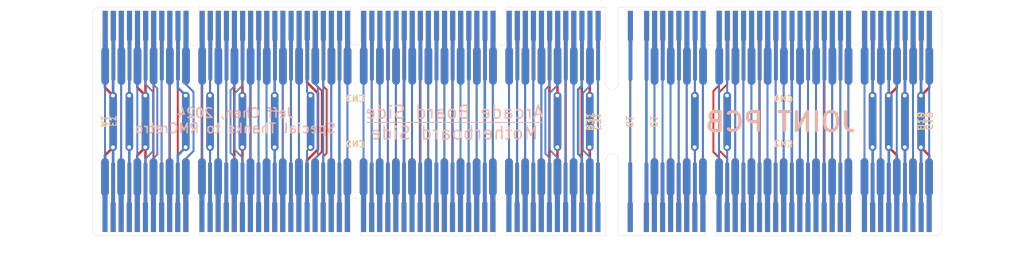
<source format=kicad_pcb>
(kicad_pcb (version 20240108) (generator "pcbnew") (generator_version "8.0")
  (title_block (title "Taito Wolf System EISA Bridge PCB") (date "2024-08-20") (rev "1") (company "Jeff Chen"))
  (layers (0 "F.Cu" signal) (31 "B.Cu" signal) (34 "B.Paste" user) (35 "F.Paste" user) (36 "B.SilkS" user "B.Silkscreen") (37 "F.SilkS" user "F.Silkscreen") (38 "B.Mask" user) (39 "F.Mask" user) (44 "Edge.Cuts" user))
  (net 0 "")
  (net 1 "/A22")
  (net 2 "/A13")
  (net 3 "/A10")
  (net 4 "/A31")
  (net 5 "/A6")
  (net 6 "/A24")
  (net 7 "/A27")
  (net 8 "/A5")
  (net 9 "/A3")
  (net 10 "/A20")
  (net 11 "/A14")
  (net 12 "/A1")
  (net 13 "/A18")
  (net 14 "/A30")
  (net 15 "/A16")
  (net 16 "/A2")
  (net 17 "/A25")
  (net 18 "/A15")
  (net 19 "/A11")
  (net 20 "/A29")
  (net 21 "/A8")
  (net 22 "/A4")
  (net 23 "/A19")
  (net 24 "/A23")
  (net 25 "/A9")
  (net 26 "/A17")
  (net 27 "/A7")
  (net 28 "/A26")
  (net 29 "/A21")
  (net 30 "/A28")
  (net 31 "/A12")
  (net 32 "/F15")
  (net 33 "/E14")
  (net 34 "/B15")
  (net 35 "/E12")
  (net 36 "/B28")
  (net 37 "/E21")
  (net 38 "/F24")
  (net 39 "/E9")
  (net 40 "/B14")
  (net 41 "/B2")
  (net 42 "/B24")
  (net 43 "/E28")
  (net 44 "/E10")
  (net 45 "/E29")
  (net 46 "/E3")
  (net 47 "/B16")
  (net 48 "/E27")
  (net 49 "/F31")
  (net 50 "/B25")
  (net 51 "/B11")
  (net 52 "/E31")
  (net 53 "/E8")
  (net 54 "/E13")
  (net 55 "/B30")
  (net 56 "/F14")
  (net 57 "/F23")
  (net 58 "/E23")
  (net 59 "/F12")
  (net 60 "/F8")
  (net 61 "/B8")
  (net 62 "/E4")
  (net 63 "/B19")
  (net 64 "/F17")
  (net 65 "/F27")
  (net 66 "/B22")
  (net 67 "/F18")
  (net 68 "/F10")
  (net 69 "/F5")
  (net 70 "/B12")
  (net 71 "/E26")
  (net 72 "/E17")
  (net 73 "/B23")
  (net 74 "/B13")
  (net 75 "/B6")
  (net 76 "/E18")
  (net 77 "/B20")
  (net 78 "/E22")
  (net 79 "/B18")
  (net 80 "/B27")
  (net 81 "/F7")
  (net 82 "/B4")
  (net 83 "/F21")
  (net 84 "/E20")
  (net 85 "/B26")
  (net 86 "/B17")
  (net 87 "/F26")
  (net 88 "/F4")
  (net 89 "/B21")
  (net 90 "/C12")
  (net 91 "/C14")
  (net 92 "/G3")
  (net 93 "GND")
  (net 94 "/C18")
  (net 95 "/C4")
  (net 96 "/C8")
  (net 97 "/G7")
  (net 98 "/G14")
  (net 99 "/C10")
  (net 100 "/H1")
  (net 101 "/C1")
  (net 102 "/G10")
  (net 103 "/G8")
  (net 104 "/H4")
  (net 105 "/H8")
  (net 106 "/G4")
  (net 107 "/H11")
  (net 108 "/H7")
  (net 109 "/H14")
  (net 110 "/C11")
  (net 111 "/H3")
  (net 112 "/C16")
  (net 113 "/G12")
  (net 114 "/C7")
  (net 115 "/H2")
  (net 116 "/C13")
  (net 117 "/C17")
  (net 118 "/C2")
  (net 119 "/C3")
  (net 120 "/G1")
  (net 121 "/G13")
  (net 122 "/C6")
  (net 123 "/C5")
  (net 124 "/C9")
  (net 125 "/C15")
  (net 126 "/G9")
  (net 127 "/H10")
  (net 128 "/H12")
  (net 129 "+12V")
  (net 130 "+5V")
  (net 131 "-5V")
  (net 132 "-12V")
  (net 133 "/D17")
  (net 134 "/D12")
  (net 135 "/D10")
  (net 136 "/D13")
  (net 137 "/D1")
  (net 138 "/D9")
  (net 139 "/D15")
  (net 140 "/D14")
  (net 141 "/D5")
  (net 142 "/D2")
  (net 143 "/D11")
  (net 144 "/D8")
  (net 145 "/D6")
  (net 146 "/D7")
  (net 147 "/D4")
  (net 148 "/D3")
  (net 149 "+5V Alt")
  (footprint "EISA Bridge:EISA Golden Fingers" (layer "F.Cu") (at 86.07 118.97)
    (property "Reference" "CN1" (hide yes))
    (property "Value" "~")
  )
  (footprint "EISA Bridge:EISA Golden Fingers Inverted" (layer "F.Cu") (at 86.1 82.93)
    (property "Reference" "CN2" (hide yes))
    (property "Value" "~")
  )
  (gr_line (start 129.2 101.11) (end 156.95 101.11) (stroke (width 0.15)) (layer "B.SilkS"))
  (gr_line (start 87.11 118.97) (end 101.26 118.97) (stroke (width 0.05)) (layer "Edge.Cuts"))
  (gr_line (start 151.12 82.97) (end 151.12 88.17) (stroke (width 0.05)) (layer "Edge.Cuts"))
  (gr_arc (start 86.11 83.97) (mid 86.402894 83.262894) (end 87.11 82.97) (stroke (width 0.05)) (layer "Edge.Cuts"))
  (gr_line (start 102.86 82.97) (end 102.86 88.17) (stroke (width 0.05)) (layer "Edge.Cuts"))
  (gr_line (start 101.26 88.17) (end 101.26 82.97) (stroke (width 0.05)) (layer "Edge.Cuts"))
  (gr_line (start 207 82.97) (end 207 88.17) (stroke (width 0.05)) (layer "Edge.Cuts"))
  (gr_arc (start 101.260001 113.770001) (mid 102.06 112.970001) (end 102.86 113.770001) (stroke (width 0.05)) (layer "Edge.Cuts"))
  (gr_line (start 182.54 82.97) (end 168.782501 82.97) (stroke (width 0.05)) (layer "Edge.Cuts"))
  (gr_arc (start 102.86 88.17) (mid 102.06 88.970001) (end 101.26 88.17) (stroke (width 0.05)) (layer "Edge.Cuts"))
  (gr_line (start 207.000001 113.770001) (end 207 118.97) (stroke (width 0.05)) (layer "Edge.Cuts"))
  (gr_line (start 86.11 83.97) (end 86.11 117.970001) (stroke (width 0.05)) (layer "Edge.Cuts"))
  (gr_arc (start 166.782501 106.970001) (mid 167.7825 105.970002) (end 168.7825 106.97) (stroke (width 0.05)) (layer "Edge.Cuts"))
  (gr_line (start 126.66 118.97) (end 126.660001 113.770001) (stroke (width 0.05)) (layer "Edge.Cuts"))
  (gr_arc (start 128.26 88.17) (mid 127.460001 88.97) (end 126.660001 88.170001) (stroke (width 0.05)) (layer "Edge.Cuts"))
  (gr_line (start 166.7825 82.97) (end 151.12 82.97) (stroke (width 0.05)) (layer "Edge.Cuts"))
  (gr_line (start 205.4 118.97) (end 205.400001 113.770001) (stroke (width 0.05)) (layer "Edge.Cuts"))
  (gr_line (start 218.610002 82.97) (end 207 82.97) (stroke (width 0.05)) (layer "Edge.Cuts"))
  (gr_line (start 101.26 118.97) (end 101.260001 113.770001) (stroke (width 0.05)) (layer "Edge.Cuts"))
  (gr_line (start 101.26 82.97) (end 87.11 82.97) (stroke (width 0.05)) (layer "Edge.Cuts"))
  (gr_line (start 184.14 118.97) (end 205.4 118.97) (stroke (width 0.05)) (layer "Edge.Cuts"))
  (gr_arc (start 219.610001 117.970001) (mid 219.317108 118.677107) (end 218.610002 118.97) (stroke (width 0.05)) (layer "Edge.Cuts"))
  (gr_line (start 182.54 88.17) (end 182.54 82.97) (stroke (width 0.05)) (layer "Edge.Cuts"))
  (gr_arc (start 184.14 88.17) (mid 183.340001 88.97) (end 182.54 88.17) (stroke (width 0.05)) (layer "Edge.Cuts"))
  (gr_line (start 184.140001 113.770001) (end 184.14 118.97) (stroke (width 0.05)) (layer "Edge.Cuts"))
  (gr_arc (start 126.660001 113.770001) (mid 127.460001 112.970001) (end 128.260001 113.770001) (stroke (width 0.05)) (layer "Edge.Cuts"))
  (gr_line (start 219.610001 117.970001) (end 219.610001 83.969999) (stroke (width 0.05)) (layer "Edge.Cuts"))
  (gr_line (start 102.86 118.97) (end 126.66 118.97) (stroke (width 0.05)) (layer "Edge.Cuts"))
  (gr_line (start 182.54 118.97) (end 182.540001 113.770001) (stroke (width 0.05)) (layer "Edge.Cuts"))
  (gr_arc (start 218.610002 82.97) (mid 219.317108 83.262893) (end 219.610001 83.969999) (stroke (width 0.05)) (layer "Edge.Cuts"))
  (gr_line (start 102.86 113.770001) (end 102.86 118.97) (stroke (width 0.05)) (layer "Edge.Cuts"))
  (gr_line (start 205.4 82.97) (end 184.14 82.97) (stroke (width 0.05)) (layer "Edge.Cuts"))
  (gr_arc (start 151.12 88.17) (mid 150.320001 88.97) (end 149.520001 88.170001) (stroke (width 0.05)) (layer "Edge.Cuts"))
  (gr_line (start 166.7825 118.97) (end 166.782501 106.970001) (stroke (width 0.05)) (layer "Edge.Cuts"))
  (gr_line (start 207 118.97) (end 218.610002 118.97) (stroke (width 0.05)) (layer "Edge.Cuts"))
  (gr_arc (start 207 88.17) (mid 206.200001 88.97) (end 205.4 88.17) (stroke (width 0.05)) (layer "Edge.Cuts"))
  (gr_arc (start 87.11 118.97) (mid 86.402894 118.677107) (end 86.11 117.970001) (stroke (width 0.05)) (layer "Edge.Cuts"))
  (gr_line (start 166.7825 94.97) (end 166.7825 82.97) (stroke (width 0.05)) (layer "Edge.Cuts"))
  (gr_line (start 126.660001 88.170001) (end 126.66 82.97) (stroke (width 0.05)) (layer "Edge.Cuts"))
  (gr_arc (start 149.520001 113.770001) (mid 150.320001 112.970001) (end 151.120001 113.770001) (stroke (width 0.05)) (layer "Edge.Cuts"))
  (gr_line (start 168.782501 118.97) (end 182.54 118.97) (stroke (width 0.05)) (layer "Edge.Cuts"))
  (gr_line (start 151.120001 113.770001) (end 151.12 118.97) (stroke (width 0.05)) (layer "Edge.Cuts"))
  (gr_line (start 149.520001 88.170001) (end 149.52 82.97) (stroke (width 0.05)) (layer "Edge.Cuts"))
  (gr_line (start 151.12 118.97) (end 166.7825 118.97) (stroke (width 0.05)) (layer "Edge.Cuts"))
  (gr_line (start 149.52 118.97) (end 149.520001 113.770001) (stroke (width 0.05)) (layer "Edge.Cuts"))
  (gr_line (start 168.782501 82.97) (end 168.782501 94.970001) (stroke (width 0.05)) (layer "Edge.Cuts"))
  (gr_line (start 168.7825 106.97) (end 168.782501 118.97) (stroke (width 0.05)) (layer "Edge.Cuts"))
  (gr_arc (start 168.782501 94.970001) (mid 167.782499 95.970001) (end 166.7825 94.97) (stroke (width 0.05)) (layer "Edge.Cuts"))
  (gr_arc (start 205.400001 113.770001) (mid 206.200001 112.970001) (end 207.000001 113.770001) (stroke (width 0.05)) (layer "Edge.Cuts"))
  (gr_arc (start 182.540001 113.770001) (mid 183.34 112.970001) (end 184.140001 113.770001) (stroke (width 0.05)) (layer "Edge.Cuts"))
  (gr_line (start 149.52 82.97) (end 128.26 82.97) (stroke (width 0.05)) (layer "Edge.Cuts"))
  (gr_line (start 128.26 82.97) (end 128.26 88.17) (stroke (width 0.05)) (layer "Edge.Cuts"))
  (gr_line (start 128.26 118.97) (end 149.52 118.97) (stroke (width 0.05)) (layer "Edge.Cuts"))
  (gr_line (start 126.66 82.97) (end 102.86 82.97) (stroke (width 0.05)) (layer "Edge.Cuts"))
  (gr_line (start 128.260001 113.770001) (end 128.26 118.97) (stroke (width 0.05)) (layer "Edge.Cuts"))
  (gr_line (start 205.4 88.17) (end 205.4 82.97) (stroke (width 0.05)) (layer "Edge.Cuts"))
  (gr_line (start 184.14 82.97) (end 184.14 88.17) (stroke (width 0.05)) (layer "Edge.Cuts"))
  (gr_text "E1" (at 89.28 100.87 270) (layer "B.SilkS") (effects (font (size 1 1) (thickness 0.153)) (justify mirror)))
  (gr_text "A31" (at 164.2 100.9 270) (layer "B.SilkS") (effects (font (size 1 1) (thickness 0.153)) (justify mirror)))
  (gr_text "Arcade Board Side" (at 142.99 99.5 0) (layer "B.SilkS") (effects (font (size 2 2) (thickness 0.25)) (justify mirror)))
  (gr_text "CN2" (at 194.72 104.47 -0) (layer "B.SilkS") (effects (font (size 1 1) (thickness 0.153)) (justify mirror)))
  (gr_text "C1" (at 174.34 100.96 270) (layer "B.SilkS") (effects (font (size 1 1) (thickness 0.153)) (justify mirror)))
  (gr_text "G1" (at 170.51 100.95 270) (layer "B.SilkS") (effects (font (size 1 1) (thickness 0.153)) (justify mirror)))
  (gr_text "CN3" (at 127.43 97.37 -0) (layer "B.SilkS") (effects (font (size 1 1) (thickness 0.153)) (justify mirror)))
  (gr_text "JOINT PCB" (at 194.27 101.03 0) (layer "B.SilkS") (effects (font (size 3 3) (thickness 0.5) (bold yes)) (justify mirror)))
  (gr_text "Motherboard Side" (at 142.97 102.78 0) (layer "B.SilkS") (effects (font (size 2 2) (thickness 0.25)) (justify mirror)))
  (gr_text "Jeff Chen, 2024\nSpecial Thanks to RMCretro" (at 108.56 100.83 0) (layer "B.SilkS") (effects (font (size 1.5 1.5) (thickness 0.25)) (justify mirror)))
  (gr_text "G19" (at 216.32 100.92 270) (layer "B.SilkS") (effects (font (size 1 1) (thickness 0.153)) (justify mirror)))
  (gr_text "C18" (at 217.61 100.9 270) (layer "B.SilkS") (effects (font (size 1 1) (thickness 0.153)) (justify mirror)))
  (gr_text "E31" (at 165.44 100.94 270) (layer "B.SilkS") (effects (font (size 1 1) (thickness 0.153)) (justify mirror)))
  (gr_text "CN1" (at 127.43 104.5 -0) (layer "B.SilkS") (effects (font (size 1 1) (thickness 0.153)) (justify mirror)))
  (gr_text "CN4" (at 194.7 97.39 -0) (layer "B.SilkS") (effects (font (size 1 1) (thickness 0.153)) (justify mirror)))
  (gr_text "A1" (at 87.96 100.86 -90) (layer "B.SilkS") (effects (font (size 1 1) (thickness 0.153)) (justify mirror)))
  (gr_text "CN3" (at 127.43 97.37 0) (layer "F.SilkS") (effects (font (size 1 1) (thickness 0.153))))
  (gr_text "B31" (at 164.29 100.97 90) (layer "F.SilkS") (effects (font (size 1 1) (thickness 0.153))))
  (gr_text "H19" (at 216.38 100.92 90) (layer "F.SilkS") (effects (font (size 1 1) (thickness 0.153))))
  (gr_text "CN1" (at 127.43 104.5 0) (layer "F.SilkS") (effects (font (size 1 1) (thickness 0.153))))
  (gr_text "F31" (at 165.53 100.94 90) (layer "F.SilkS") (effects (font (size 1 1) (thickness 0.153))))
  (gr_text "D18" (at 217.6 100.9 90) (layer "F.SilkS") (effects (font (size 1 1) (thickness 0.153))))
  (gr_text "F1" (at 89.34 100.89 90) (layer "F.SilkS") (effects (font (size 1 1) (thickness 0.153))))
  (gr_text "CN2" (at 194.71 104.47 0) (layer "F.SilkS") (effects (font (size 1 1) (thickness 0.153))))
  (gr_text "CN4" (at 194.73 97.39 0) (layer "F.SilkS") (effects (font (size 1 1) (thickness 0.153))))
  (gr_text "B1" (at 88.04 100.97 90) (layer "F.SilkS") (effects (font (size 1 1) (thickness 0.153))))
  (gr_text "D1" (at 174.43 100.96 90) (layer "F.SilkS") (effects (font (size 1 1) (thickness 0.153))))
  (gr_text "H1" (at 170.6 100.95 90) (layer "F.SilkS") (effects (font (size 1 1) (thickness 0.153))))
  (segment (start 141.42 94.6) (end 141.42 107.32) (width 0.3) (layer "B.Cu") (net 1))
  (segment (start 118.56 94.6) (end 118.56 107.32) (width 0.3) (layer "B.Cu") (net 2))
  (segment (start 110.94 94.6) (end 110.94 107.32) (width 0.3) (layer "B.Cu") (net 3))
  (segment (start 163.2 105.48) (end 164.28 106.56) (width 0.3) (layer "B.Cu") (net 4))
  (segment (start 164.28 94.6) (end 164.28 95.39) (width 0.3) (layer "B.Cu") (net 4))
  (segment (start 164.28 106.56) (end 164.28 107.32) (width 0.3) (layer "B.Cu") (net 4))
  (segment (start 164.28 95.39) (end 163.2 96.47) (width 0.3) (layer "B.Cu") (net 4))
  (segment (start 163.2 96.47) (end 163.2 105.48) (width 0.3) (layer "B.Cu") (net 4))
  (segment (start 100.78 106.82) (end 100.78 107.32) (width 0.3) (layer "B.Cu") (net 5))
  (segment (start 100.78 95.09) (end 102 96.31) (width 0.3) (layer "B.Cu") (net 5))
  (segment (start 102 105.6) (end 100.78 106.82) (width 0.3) (layer "B.Cu") (net 5))
  (segment (start 100.78 94.6) (end 100.78 95.09) (width 0.3) (layer "B.Cu") (net 5))
  (segment (start 102 96.31) (end 102 105.6) (width 0.3) (layer "B.Cu") (net 5))
  (segment (start 146.5 94.6) (end 146.5 107.32) (width 0.3) (layer "B.Cu") (net 6))
  (segment (start 154.12 107.32) (end 154.12 94.6) (width 0.3) (layer "B.Cu") (net 7))
  (segment (start 98.24 94.6) (end 98.24 107.32) (width 0.3) (layer "B.Cu") (net 8))
  (segment (start 93.16 94.6) (end 93.16 107.32) (width 0.3) (layer "B.Cu") (net 9))
  (segment (start 136.34 107.32) (end 136.34 94.6) (width 0.3) (layer "B.Cu") (net 10))
  (segment (start 121.1 95.06) (end 121.530599 95.490599) (width 0.3) (layer "B.Cu") (net 11))
  (segment (start 121.530599 106.369401) (end 121.1 106.8) (width 0.3) (layer "B.Cu") (net 11))
  (segment (start 121.1 94.6) (end 121.1 95.06) (width 0.3) (layer "B.Cu") (net 11))
  (segment (start 121.530599 95.490599) (end 121.530599 106.369401) (width 0.3) (layer "B.Cu") (net 11))
  (segment (start 121.1 106.8) (end 121.1 107.32) (width 0.3) (layer "B.Cu") (net 11))
  (segment (start 88.08 94.6) (end 88.08 107.32) (width 0.3) (layer "B.Cu") (net 12))
  (segment (start 131.26 94.6) (end 131.26 107.32) (width 0.3) (layer "B.Cu") (net 13))
  (segment (start 161.74 94.6) (end 161.74 107.32) (width 0.3) (layer "B.Cu") (net 14))
  (segment (start 126.18 94.6) (end 126.18 107.32) (width 0.3) (layer "B.Cu") (net 15))
  (segment (start 90.62 94.6) (end 90.62 107.32) (width 0.3) (layer "B.Cu") (net 16))
  (segment (start 149.04 94.6) (end 149.04 107.32) (width 0.3) (layer "B.Cu") (net 17))
  (segment (start 123.64 94.6) (end 123.64 107.32) (width 0.3) (layer "B.Cu") (net 18))
  (segment (start 113.48 107.32) (end 113.48 94.6) (width 0.3) (layer "B.Cu") (net 19))
  (segment (start 159.2 94.6) (end 159.2 95.26) (width 0.3) (layer "B.Cu") (net 20))
  (segment (start 159.2 95.26) (end 157.95 96.51) (width 0.3) (layer "B.Cu") (net 20))
  (segment (start 157.95 96.51) (end 157.95 105.4) (width 0.3) (layer "B.Cu") (net 20))
  (segment (start 157.95 105.4) (end 159.2 106.65) (width 0.3) (layer "B.Cu") (net 20))
  (segment (start 159.2 106.65) (end 159.2 107.32) (width 0.3) (layer "B.Cu") (net 20))
  (segment (start 105.86 94.6) (end 105.86 107.32) (width 0.3) (layer "B.Cu") (net 21))
  (segment (start 95.7 106.76) (end 96.3 106.16) (width 0.3) (layer "B.Cu") (net 22))
  (segment (start 96.3 95.76) (end 95.7 95.16) (width 0.3) (layer "B.Cu") (net 22))
  (segment (start 96.3 106.16) (end 96.3 95.76) (width 0.3) (layer "B.Cu") (net 22))
  (segment (start 95.7 95.16) (end 95.7 94.6) (width 0.3) (layer "B.Cu") (net 22))
  (segment (start 95.7 107.32) (end 95.7 106.76) (width 0.3) (layer "B.Cu") (net 22))
  (segment (start 133.8 94.6) (end 133.8 107.32) (width 0.3) (layer "B.Cu") (net 23))
  (segment (start 143.96 94.6) (end 143.96 107.32) (width 0.3) (layer "B.Cu") (net 24))
  (segment (start 108.4 106.47) (end 108.4 107.32) (width 0.3) (layer "B.Cu") (net 25))
  (segment (start 108.4 94.6) (end 108.4 95.45) (width 0.3) (layer "B.Cu") (net 25))
  (segment (start 107.81 105.88) (end 108.4 106.47) (width 0.3) (layer "B.Cu") (net 25))
  (segment (start 107.81 96.04) (end 107.81 105.88) (width 0.3) (layer "B.Cu") (net 25))
  (segment (start 108.4 95.45) (end 107.81 96.04) (width 0.3) (layer "B.Cu") (net 25))
  (segment (start 128.72 107.32) (end 128.72 94.6) (width 0.3) (layer "B.Cu") (net 26))
  (segment (start 103.32 94.6) (end 103.32 107.32) (width 0.3) (layer "B.Cu") (net 27))
  (segment (start 151.58 107.32) (end 151.58 94.6) (width 0.3) (layer "B.Cu") (net 28))
  (segment (start 138.88 107.32) (end 138.88 94.6) (width 0.3) (layer "B.Cu") (net 29))
  (segment (start 156.66 107.32) (end 156.66 94.6) (width 0.3) (layer "B.Cu") (net 30))
  (segment (start 116.02 94.6) (end 116.02 107.32) (width 0.3) (layer "B.Cu") (net 31))
  (segment (start 124.92 94.3) (end 124.92 107.62) (width 0.3) (layer "F.Cu") (net 32))
  (segment (start 122.38 94.3) (end 122.38 107.62) (width 0.3) (layer "B.Cu") (net 33))
  (segment (start 123.64 94.6) (end 123.64 107.32) (width 0.3) (layer "F.Cu") (net 34))
  (segment (start 117.3 94.3) (end 117.3 107.62) (width 0.3) (layer "B.Cu") (net 35))
  (segment (start 156.66 94.6) (end 156.66 107.32) (width 0.3) (layer "F.Cu") (net 36))
  (segment (start 140.16 94.3) (end 140.16 107.62) (width 0.3) (layer "B.Cu") (net 37))
  (segment (start 147.78 94.3) (end 147.78 107.62) (width 0.3) (layer "F.Cu") (net 38))
  (segment (start 108.46 105.41) (end 109.68 106.63) (width 0.3) (layer "B.Cu") (net 39))
  (segment (start 109.68 106.63) (end 109.68 107.62) (width 0.3) (layer "B.Cu") (net 39))
  (segment (start 108.46 96.52) (end 108.46 105.41) (width 0.3) (layer "B.Cu") (net 39))
  (segment (start 109.68 94.3) (end 109.68 95.3) (width 0.3) (layer "B.Cu") (net 39))
  (segment (start 109.68 95.3) (end 108.46 96.52) (width 0.3) (layer "B.Cu") (net 39))
  (segment (start 122.16 96.12) (end 122.16 105.74) (width 0.3) (layer "F.Cu") (net 40))
  (segment (start 122.16 105.74) (end 121.1 106.8) (width 0.3) (layer "F.Cu") (net 40))
  (segment (start 121.1 106.8) (end 121.1 107.32) (width 0.3) (layer "F.Cu") (net 40))
  (segment (start 121.1 94.6) (end 121.1 95.06) (width 0.3) (layer "F.Cu") (net 40))
  (segment (start 121.1 95.06) (end 122.16 96.12) (width 0.3) (layer "F.Cu") (net 40))
  (segment (start 90.62 94.6) (end 90.62 107.32) (width 0.3) (layer "F.Cu") (net 41))
  (segment (start 146.5 94.6) (end 146.5 107.32) (width 0.3) (layer "F.Cu") (net 42))
  (segment (start 157.3 106.02) (end 157.94 106.66) (width 0.3) (layer "B.Cu") (net 43))
  (segment (start 157.94 106.66) (end 157.94 107.62) (width 0.3) (layer "B.Cu") (net 43))
  (segment (start 157.3 95.93) (end 157.3 106.02) (width 0.3) (layer "B.Cu") (net 43))
  (segment (start 157.94 95.29) (end 157.3 95.93) (width 0.3) (layer "B.Cu") (net 43))
  (segment (start 157.94 94.3) (end 157.94 95.29) (width 0.3) (layer "B.Cu") (net 43))
  (segment (start 112.22 94.3) (end 112.22 107.62) (width 0.3) (layer "B.Cu") (net 44))
  (segment (start 160.48 94.3) (end 160.48 107.62) (width 0.3) (layer "B.Cu") (net 45))
  (segment (start 94.44 94.3) (end 94.44 95.09) (width 0.3) (layer "B.Cu") (net 46))
  (segment (start 95.63 105.64) (end 94.44 106.83) (width 0.3) (layer "B.Cu") (net 46))
  (segment (start 94.44 106.83) (end 94.44 107.62) (width 0.3) (layer "B.Cu") (net 46))
  (segment (start 94.44 95.09) (end 95.63 96.28) (width 0.3) (layer "B.Cu") (net 46))
  (segment (start 95.63 96.28) (end 95.63 105.64) (width 0.3) (layer "B.Cu") (net 46))
  (segment (start 126.18 94.6) (end 126.18 107.32) (width 0.3) (layer "F.Cu") (net 47))
  (segment (start 155.4 94.3) (end 155.4 107.62) (width 0.3) (layer "B.Cu") (net 48))
  (segment (start 165.56 107.62) (end 165.56 94.3) (width 0.3) (layer "F.Cu") (net 49))
  (segment (start 149.04 94.6) (end 149.04 107.32) (width 0.3) (layer "F.Cu") (net 50))
  (segment (start 113.48 107.32) (end 113.48 94.6) (width 0.3) (layer "F.Cu") (net 51))
  (segment (start 165.56 94.3) (end 165.56 107.62) (width 0.3) (layer "B.Cu") (net 52))
  (segment (start 107.14 94.3) (end 107.14 107.62) (width 0.3) (layer "B.Cu") (net 53))
  (segment (start 120.41 96.88) (end 120.41 105.01) (width 1.2) (layer "F.Cu") (net 54))
  (via (at 120.38 96.88) (size 1) (drill 0.6) (layers "F.Cu" "B.Cu") (net 54))
  (via (at 120.38 105.01) (size 1) (drill 0.6) (layers "F.Cu" "B.Cu") (net 54))
  (segment (start 119.84 96.31) (end 120.41 96.88) (width 0.3) (layer "B.Cu") (net 54))
  (segment (start 119.84 105.57) (end 120.4 105.01) (width 0.3) (layer "B.Cu") (net 54))
  (segment (start 119.84 94.3) (end 119.84 96.31) (width 0.3) (layer "B.Cu") (net 54))
  (segment (start 119.84 107.62) (end 119.84 105.57) (width 0.3) (layer "B.Cu") (net 54))
  (segment (start 120.4 105.01) (end 120.41 105.01) (width 0.3) (layer "B.Cu") (net 54))
  (segment (start 120.41 96.88) (end 120.41 105.01) (width 1.2) (layer "B.Cu") (net 54))
  (segment (start 161.74 94.6) (end 161.74 107.32) (width 0.3) (layer "F.Cu") (net 55))
  (segment (start 122.38 94.3) (end 122.38 95.41) (width 0.3) (layer "F.Cu") (net 56))
  (segment (start 122.92 105.93) (end 122.38 106.47) (width 0.3) (layer "F.Cu") (net 56))
  (segment (start 122.92 95.95) (end 122.92 105.93) (width 0.3) (layer "F.Cu") (net 56))
  (segment (start 122.38 95.41) (end 122.92 95.95) (width 0.3) (layer "F.Cu") (net 56))
  (segment (start 122.38 106.47) (end 122.38 107.62) (width 0.3) (layer "F.Cu") (net 56))
  (segment (start 145.24 94.3) (end 145.24 107.62) (width 0.3) (layer "F.Cu") (net 57))
  (segment (start 145.24 94.3) (end 145.24 107.62) (width 0.3) (layer "B.Cu") (net 58))
  (segment (start 117.3 107.62) (end 117.3 94.3) (width 0.3) (layer "F.Cu") (net 59))
  (segment (start 107.14 94.3) (end 107.14 107.62) (width 0.3) (layer "F.Cu") (net 60))
  (segment (start 105.86 94.6) (end 105.86 107.32) (width 0.3) (layer "F.Cu") (net 61))
  (segment (start 96.98 94.3) (end 96.98 107.62) (width 0.3) (layer "B.Cu") (net 62))
  (segment (start 133.8 94.6) (end 133.8 107.32) (width 0.3) (layer "F.Cu") (net 63))
  (segment (start 130 94.3) (end 130 107.62) (width 0.3) (layer "F.Cu") (net 64))
  (segment (start 155.4 94.3) (end 155.4 107.62) (width 0.3) (layer "F.Cu") (net 65))
  (segment (start 141.42 94.6) (end 141.42 107.32) (width 0.3) (layer "F.Cu") (net 66))
  (segment (start 132.54 94.3) (end 132.54 107.62) (width 0.3) (layer "F.Cu") (net 67))
  (segment (start 112.22 94.3) (end 112.22 107.62) (width 0.3) (layer "F.Cu") (net 68))
  (segment (start 99.52 94.3) (end 99.52 107.62) (width 0.3) (layer "F.Cu") (net 69))
  (segment (start 116.02 94.6) (end 116.02 107.32) (width 0.3) (layer "F.Cu") (net 70))
  (segment (start 152.86 94.3) (end 152.86 107.62) (width 0.3) (layer "B.Cu") (net 71))
  (segment (start 130 94.3) (end 130 107.62) (width 0.3) (layer "B.Cu") (net 72))
  (segment (start 143.96 94.6) (end 143.96 107.32) (width 0.3) (layer "F.Cu") (net 73))
  (segment (start 118.56 94.6) (end 118.56 107.32) (width 0.3) (layer "F.Cu") (net 74))
  (segment (start 100.78 95.09) (end 102 96.31) (width 0.3) (layer "F.Cu") (net 75))
  (segment (start 100.78 94.6) (end 100.78 95.09) (width 0.3) (layer "F.Cu") (net 75))
  (segment (start 100.78 106.82) (end 100.78 107.32) (width 0.3) (layer "F.Cu") (net 75))
  (segment (start 102 105.6) (end 100.78 106.82) (width 0.3) (layer "F.Cu") (net 75))
  (segment (start 102 96.31) (end 102 105.6) (width 0.3) (layer "F.Cu") (net 75))
  (segment (start 132.54 107.62) (end 132.54 94.3) (width 0.3) (layer "B.Cu") (net 76))
  (segment (start 136.34 94.6) (end 136.34 107.32) (width 0.3) (layer "F.Cu") (net 77))
  (segment (start 142.7 94.3) (end 142.7 107.62) (width 0.3) (layer "B.Cu") (net 78))
  (segment (start 131.26 94.6) (end 131.26 107.32) (width 0.3) (layer "F.Cu") (net 79))
  (segment (start 154.12 94.6) (end 154.12 107.32) (width 0.3) (layer "F.Cu") (net 80))
  (segment (start 104.6 107.62) (end 104.6 105.01) (width 0.3) (layer "F.Cu") (net 81))
  (segment (start 104.6 94.3) (end 104.6 96.88) (width 0.3) (layer "F.Cu") (net 81))
  (segment (start 104.6 96.88) (end 104.6 105.01) (width 1.2) (layer "F.Cu") (net 81))
  (via (at 104.57 105.01) (size 1) (drill 0.6) (layers "F.Cu" "B.Cu") (net 81))
  (via (at 104.57 96.88) (size 1) (drill 0.6) (layers "F.Cu" "B.Cu") (net 81))
  (segment (start 104.6 96.88) (end 104.6 105.01) (width 1.2) (layer "B.Cu") (net 81))
  (segment (start 104.6 94.3) (end 104.6 96.88) (width 0.3) (layer "B.Cu") (net 81))
  (segment (start 104.6 105.01) (end 104.6 107.62) (width 0.3) (layer "B.Cu") (net 81))
  (segment (start 95.7 107.32) (end 95.7 94.6) (width 0.3) (layer "F.Cu") (net 82))
  (segment (start 140.16 94.3) (end 140.16 107.62) (width 0.3) (layer "F.Cu") (net 83))
  (segment (start 137.62 94.3) (end 137.62 107.62) (width 0.3) (layer "B.Cu") (net 84))
  (segment (start 151.58 94.6) (end 151.58 107.32) (width 0.3) (layer "F.Cu") (net 85))
  (segment (start 128.72 94.6) (end 128.72 107.32) (width 0.3) (layer "F.Cu") (net 86))
  (segment (start 152.86 94.3) (end 152.86 107.62) (width 0.3) (layer "F.Cu") (net 87))
  (segment (start 96.98 94.3) (end 96.98 107.62) (width 0.3) (layer "F.Cu") (net 88))
  (segment (start 138.88 94.6) (end 138.88 107.32) (width 0.3) (layer "F.Cu") (net 89))
  (segment (start 202.38 94.6) (end 202.38 107.32) (width 0.3) (layer "B.Cu") (net 90))
  (segment (start 207.46 107.31) (end 207.47 107.32) (width 0.3) (layer "B.Cu") (net 91))
  (segment (start 207.46 94.6) (end 207.46 107.31) (width 0.3) (layer "B.Cu") (net 91))
  (segment (start 175.72 94.3) (end 175.72 107.62) (width 0.3) (layer "B.Cu") (net 92))
  (segment (start 163.02 94.3) (end 163.02 107.62) (width 0.4) (layer "F.Cu") (net 93))
  (segment (start 190.96 94.3) (end 190.96 107.61) (width 0.4) (layer "F.Cu") (net 93))
  (segment (start 164.28 96.88) (end 164.28 105.01) (width 1.2) (layer "F.Cu") (net 93))
  (segment (start 216.36 107.61) (end 216.37 107.62) (width 0.4) (layer "F.Cu") (net 93))
  (segment (start 208.74 94.3) (end 208.74 96.88) (width 0.4) (layer "F.Cu") (net 93))
  (segment (start 135.08 94.3) (end 135.08 107.62) (width 0.4) (layer "F.Cu") (net 93))
  (segment (start 88.08 106.3) (end 89.36 105.02) (width 0.4) (layer "F.Cu") (net 93))
  (segment (start 121.56 96.53) (end 121.56 105.34) (width 0.4) (layer "F.Cu") (net 93))
  (segment (start 89.36 96.89) (end 89.36 105.02) (width 1.2) (layer "F.Cu") (net 93))
  (segment (start 100.78 105.01) (end 100.78 96.88) (width 1.2) (layer "F.Cu") (net 93))
  (segment (start 180.8 94.3) (end 180.8 96.88) (width 0.3) (layer "F.Cu") (net 93))
  (segment (start 88.08 94.6) (end 88.08 95.61) (width 0.4) (layer "F.Cu") (net 93))
  (segment (start 208.75 105.01) (end 208.75 107.62) (width 0.4) (layer "F.Cu") (net 93))
  (segment (start 216.36 105.04) (end 216.36 96.89) (width 1.2) (layer "F.Cu") (net 93))
  (segment (start 216.36 105.04) (end 216.36 107.61) (width 0.4) (layer "F.Cu") (net 93))
  (segment (start 208.75 105.01) (end 208.74 105.02) (width 0.3) (layer "F.Cu") (net 93))
  (segment (start 164.28 105.01) (end 164.28 107.32) (width 0.4) (layer "F.Cu") (net 93))
  (segment (start 119.84 94.3) (end 119.84 94.81) (width 0.4) (layer "F.Cu") (net 93))
  (segment (start 208.74 105.01) (end 208.74 96.86) (width 1.2) (layer "F.Cu") (net 93))
  (segment (start 216.36 96.89) (end 216.36 94.3) (width 0.4) (layer "F.Cu") (net 93))
  (segment (start 164.28 94.6) (end 164.28 96.88) (width 0.4) (layer "F.Cu") (net 93))
  (segment (start 88.08 107.32) (end 88.08 106.3) (width 0.4) (layer "F.Cu") (net 93))
  (segment (start 180.8 105.01) (end 180.8 107.62) (width 0.3) (layer "F.Cu") (net 93))
  (segment (start 110.94 94.6) (end 110.94 107.32) (width 0.4) (layer "F.Cu") (net 93))
  (segment (start 216.36 105.04) (end 217.63 106.31) (width 0.4) (layer "F.Cu") (net 93))
  (segment (start 216.36 96.89) (end 217.62 95.63) (width 0.4) (layer "F.Cu") (net 93))
  (segment (start 190.96 107.61) (end 190.97 107.62) (width 0.4) (layer "F.Cu") (net 93))
  (segment (start 180.8 96.88) (end 180.8 105.01) (width 1.2) (layer "F.Cu") (net 93))
  (segment (start 201.12 94.3) (end 201.12 107.61) (width 0.4) (layer "F.Cu") (net 93))
  (segment (start 114.76 96.88) (end 114.76 105.01) (width 1.2) (layer "F.Cu") (net 93))
  (segment (start 88.08 95.61) (end 89.36 96.89) (width 0.4) (layer "F.Cu") (net 93))
  (segment (start 208.74 96.88) (end 208.74 105) (width 0.3) (layer "F.Cu") (net 93))
  (segment (start 114.76 94.3) (end 114.76 96.88) (width 0.4) (layer "F.Cu") (net 93))
  (segment (start 217.62 95.63) (end 217.62 94.6) (width 0.4) (layer "F.Cu") (net 93))
  (segment (start 89.36 94.3) (end 89.36 107.62) (width 0.4) (layer "F.Cu") (net 93))
  (segment (start 142.7 94.3) (end 142.7 107.62) (width 0.4) (layer "F.Cu") (net 93))
  (segment (start 119.84 94.81) (end 121.56 96.53) (width 0.4) (layer "F.Cu") (net 93))
  (segment (start 119.84 107.06) (end 119.84 107.62) (width 0.4) (layer "F.Cu") (net 93))
  (segment (start 121.56 105.34) (end 119.84 107.06) (width 0.4) (layer "F.Cu") (net 93))
  (segment (start 201.12 107.61) (end 201.13 107.62) (width 0.4) (layer "F.Cu") (net 93))
  (segment (start 114.76 107.62) (end 114.76 105.01) (width 0.4) (layer "F.Cu") (net 93))
  (segment (start 217.63 106.31) (end 217.63 107.32) (width 0.4) (layer "F.Cu") (net 93))
  (segment (start 208.74 105) (end 208.75 105.01) (width 0.3) (layer "F.Cu") (net 93))
  (via (at 208.72 105.01) (size 1) (drill 0.6) (layers "F.Cu" "B.Cu") (net 93))
  (via (at 100.75 105.01) (size 1) (drill 0.6) (layers "F.Cu" "B.Cu") (net 93))
  (via (at 208.71 96.88) (size 1) (drill 0.6) (layers "F.Cu" "B.Cu") (net 93))
  (via (at 114.73 96.88) (size 1) (drill 0.6) (layers "F.Cu" "B.Cu") (net 93))
  (via (at 216.33 105.04) (size 1) (drill 0.6) (layers "F.Cu" "B.Cu") (net 93))
  (via (at 164.25 96.88) (size 1) (drill 0.6) (layers "F.Cu" "B.Cu") (net 93))
  (via (at 89.33 96.89) (size 1) (drill 0.6) (layers "F.Cu" "B.Cu") (net 93))
  (via (at 180.77 96.88) (size 1) (drill 0.6) (layers "F.Cu" "B.Cu") (net 93))
  (via (at 216.33 96.89) (size 1) (drill 0.6) (layers "F.Cu" "B.Cu") (net 93))
  (via (at 100.75 96.88) (size 1) (drill 0.6) (layers "F.Cu" "B.Cu") (net 93))
  (via (at 180.77 105.01) (size 1) (drill 0.6) (layers "F.Cu" "B.Cu") (net 93))
  (via (at 164.25 105.01) (size 1) (drill 0.6) (layers "F.Cu" "B.Cu") (net 93))
  (via (at 114.73 105.01) (size 1) (drill 0.6) (layers "F.Cu" "B.Cu") (net 93))
  (via (at 89.33 105.02) (size 1) (drill 0.6) (layers "F.Cu" "B.Cu") (net 93))
  (segment (start 100.78 105.01) (end 100.78 96.88) (width 1.2) (layer "B.Cu") (net 93))
  (segment (start 216.36 94.3) (end 216.36 96.89) (width 0.4) (layer "B.Cu") (net 93))
  (segment (start 89.36 96.89) (end 89.36 105.02) (width 1.2) (layer "B.Cu") (net 93))
  (segment (start 89.36 94.3) (end 89.36 96.89) (width 0.4) (layer "B.Cu") (net 93))
  (segment (start 208.74 94.3) (end 208.74 96.88) (width 0.4) (layer "B.Cu") (net 93))
  (segment (start 163.02 95.36) (end 162.46 95.92) (width 0.4) (layer "B.Cu") (net 93))
  (segment (start 196.04 94.3) (end 196.04 107.62) (width 0.4) (layer "B.Cu") (net 93))
  (segment (start 173.18 94.3) (end 173.18 107.62) (width 0.4) (layer "B.Cu") (net 93))
  (segment (start 124.92 94.3) (end 124.92 107.62) (width 0.4) (layer "B.Cu") (net 93))
  (segment (start 114.76 94.3) (end 114.76 107.62) (width 0.4) (layer "B.Cu") (net 93))
  (segment (start 99.52 106.27) (end 100.78 105.01) (width 0.4) (layer "B.Cu") (net 93))
  (segment (start 147.78 94.3) (end 147.78 107.62) (width 0.4) (layer "B.Cu") (net 93))
  (segment (start 162.46 106.07) (end 163.02 106.63) (width 0.4) (layer "B.Cu") (net 93))
  (segment (start 164.28 96.88) (end 164.28 105.01) (width 1.2) (layer "B.Cu") (net 93))
  (segment (start 216.37 107.62) (end 216.37 105.05) (width 0.4) (layer "B.Cu") (net 93))
  (segment (start 163.02 94.3) (end 163.02 95.36) (width 0.4) (layer "B.Cu") (net 93))
  (segment (start 162.46 95.92) (end 162.46 106.07) (width 0.4) (layer "B.Cu") (net 93))
  (segment (start 114.76 96.88) (end 114.76 105.01) (width 1.2) (layer "B.Cu") (net 93))
  (segment (start 180.8 96.88) (end 180.8 94.3) (width 0.3) (layer "B.Cu") (net 93))
  (segment (start 180.8 105.01) (end 180.8 107.62) (width 0.3) (layer "B.Cu") (net 93))
  (segment (start 180.8 96.88) (end 180.8 105.01) (width 1.2) (layer "B.Cu") (net 93))
  (segment (start 216.36 105.03) (end 216.36 96.88) (width 1.2) (layer "B.Cu") (net 93))
  (segment (start 100.78 96.88) (end 99.52 95.62) (width 0.4) (layer "B.Cu") (net 93))
  (segment (start 208.74 105.01) (end 208.74 96.86) (width 1.2) (layer "B.Cu") (net 93))
  (segment (start 163.02 106.63) (end 163.02 107.62) (width 0.4) (layer "B.Cu") (net 93))
  (segment (start 135.08 94.3) (end 135.08 107.62) (width 0.4) (layer "B.Cu") (net 93))
  (segment (start 89.36 107.62) (end 89.36 105.02) (width 0.4) (layer "B.Cu") (net 93))
  (segment (start 99.52 107.62) (end 99.52 106.27) (width 0.4) (layer "B.Cu") (net 93))
  (segment (start 216.37 105.05) (end 216.36 105.04) (width 0.4) (layer "B.Cu") (net 93))
  (segment (start 208.75 107.62) (end 208.75 105.01) (width 0.4) (layer "B.Cu") (net 93))
  (segment (start 99.52 95.62) (end 99.52 94.3) (width 0.4) (layer "B.Cu") (net 93))
  (segment (start 217.63 94.61) (end 217.62 94.6) (width 0.3) (layer "B.Cu") (net 94))
  (segment (start 217.63 107.32) (end 217.63 94.61) (width 0.3) (layer "B.Cu") (net 94))
  (segment (start 182.06 94.6) (end 182.06 107.32) (width 0.3) (layer "B.Cu") (net 95))
  (segment (start 192.22 107.32) (end 192.22 94.6) (width 0.3) (layer "B.Cu") (net 96))
  (segment (start 185.88 96.88) (end 185.88 105.01) (width 1.2) (layer "F.Cu") (net 97))
  (via (at 185.85 96.88) (size 1) (drill 0.6) (layers "F.Cu" "B.Cu") (net 97))
  (via (at 185.85 105.01) (size 1) (drill 0.6) (layers "F.Cu" "B.Cu") (net 97))
  (segment (start 185.88 96.88) (end 185.88 105.01) (width 1.2) (layer "B.Cu") (net 97))
  (segment (start 185.88 105.01) (end 185.88 107.62) (width 0.3) (layer "B.Cu") (net 97))
  (segment (start 185.88 94.3) (end 185.88 96.88) (width 0.3) (layer "B.Cu") (net 97))
  (segment (start 203.66 107.62) (end 203.66 94.3) (width 0.3) (layer "B.Cu") (net 98))
  (segment (start 197.3 107.32) (end 197.3 94.6) (width 0.3) (layer "B.Cu") (net 99))
  (segment (start 170.64 94.3) (end 170.64 107.62) (width 0.3) (layer "F.Cu") (net 100))
  (segment (start 174.44 94.6) (end 174.44 107.32) (width 0.3) (layer "B.Cu") (net 101))
  (segment (start 193.5 94.3) (end 193.5 107.62) (width 0.3) (layer "B.Cu") (net 102))
  (segment (start 188.42 94.3) (end 188.42 107.61) (width 0.3) (layer "B.Cu") (net 103))
  (segment (start 188.42 107.61) (end 188.43 107.62) (width 0.3) (layer "B.Cu") (net 103))
  (segment (start 178.26 94.3) (end 178.26 107.62) (width 0.3) (layer "F.Cu") (net 104))
  (segment (start 188.42 107.61) (end 188.43 107.62) (width 0.3) (layer "F.Cu") (net 105))
  (segment (start 188.42 94.3) (end 188.42 107.61) (width 0.3) (layer "F.Cu") (net 105))
  (segment (start 178.26 94.3) (end 178.26 107.62) (width 0.3) (layer "B.Cu") (net 106))
  (segment (start 196.04 94.3) (end 196.04 107.61) (width 0.3) (layer "F.Cu") (net 107))
  (segment (start 196.04 107.61) (end 196.05 107.62) (width 0.3) (layer "F.Cu") (net 107))
  (segment (start 184.6 105.49) (end 184.6 96.38) (width 0.3) (layer "F.Cu") (net 108))
  (segment (start 184.6 96.38) (end 185.88 95.1) (width 0.3) (layer "F.Cu") (net 108))
  (segment (start 185.88 107.62) (end 185.88 106.77) (width 0.3) (layer "F.Cu") (net 108))
  (segment (start 185.88 106.77) (end 184.6 105.49) (width 0.3) (layer "F.Cu") (net 108))
  (segment (start 185.88 95.1) (end 185.88 94.3) (width 0.3) (layer "F.Cu") (net 108))
  (segment (start 203.66 107.61) (end 203.67 107.62) (width 0.3) (layer "F.Cu") (net 109))
  (segment (start 203.66 94.3) (end 203.66 107.61) (width 0.3) (layer "F.Cu") (net 109))
  (segment (start 199.84 94.6) (end 199.84 107.32) (width 0.3) (layer "B.Cu") (net 110))
  (segment (start 175.72 94.3) (end 175.72 107.62) (width 0.3) (layer "F.Cu") (net 111))
  (segment (start 212.54 107.31) (end 212.55 107.32) (width 0.3) (layer "B.Cu") (net 112))
  (segment (start 212.54 94.6) (end 212.54 107.31) (width 0.3) (layer "B.Cu") (net 112))
  (segment (start 198.58 94.3) (end 198.58 107.62) (width 0.3) (layer "B.Cu") (net 113))
  (segment (start 189.68 107.32) (end 189.68 94.6) (width 0.3) (layer "B.Cu") (net 114))
  (segment (start 173.18 94.3) (end 173.18 107.62) (width 0.3) (layer "F.Cu") (net 115))
  (segment (start 204.92 94.6) (end 204.92 107.32) (width 0.3) (layer "B.Cu") (net 116))
  (segment (start 215.08 107.32) (end 215.08 94.6) (width 0.3) (layer "B.Cu") (net 117))
  (segment (start 215.09 94.61) (end 215.08 94.6) (width 0.3) (layer "B.Cu") (net 117))
  (segment (start 176.98 94.6) (end 176.98 107.32) (width 0.3) (layer "B.Cu") (net 118))
  (segment (start 179.52 94.6) (end 179.52 107.32) (width 0.3) (layer "B.Cu") (net 119))
  (segment (start 170.64 94.3) (end 170.64 107.62) (width 0.3) (layer "B.Cu") (net 120))
  (segment (start 201.12 107.62) (end 201.12 94.3) (width 0.3) (layer "B.Cu") (net 121))
  (segment (start 187.14 94.6) (end 187.14 107.31) (width 0.3) (layer "B.Cu") (net 122))
  (segment (start 187.14 107.31) (end 187.15 107.32) (width 0.3) (layer "B.Cu") (net 122))
  (segment (start 184.6 94.6) (end 184.6 107.31) (width 0.3) (layer "B.Cu") (net 123))
  (segment (start 184.6 107.31) (end 184.61 107.32) (width 0.3) (layer "B.Cu") (net 123))
  (segment (start 194.76 107.32) (end 194.76 94.6) (width 0.3) (layer "B.Cu") (net 124))
  (segment (start 210 94.6) (end 210 107.31) (width 0.3) (layer "B.Cu") (net 125))
  (segment (start 210 107.31) (end 210.01 107.32) (width 0.3) (layer "B.Cu") (net 125))
  (segment (start 190.96 94.3) (end 190.96 107.62) (width 0.3) (layer "B.Cu") (net 126))
  (segment (start 193.5 107.61) (end 193.51 107.62) (width 0.3) (layer "F.Cu") (net 127))
  (segment (start 193.5 94.3) (end 193.5 107.61) (width 0.3) (layer "F.Cu") (net 127))
  (segment (start 198.59 107.62) (end 198.59 94.31) (width 0.3) (layer "F.Cu") (net 128))
  (segment (start 198.59 94.31) (end 198.58 94.3) (width 0.3) (layer "F.Cu") (net 128))
  (segment (start 109.68 105) (end 109.69 105.01) (width 0.4) (layer "F.Cu") (net 129))
  (segment (start 108.4 94.6) (end 108.4 107.32) (width 0.4) (layer "F.Cu") (net 129))
  (segment (start 109.68 105.02) (end 109.68 107.62) (width 0.4) (layer "F.Cu") (net 129))
  (segment (start 109.69 105.01) (end 109.68 105.02) (width 0.4) (layer "F.Cu") (net 129))
  (segment (start 109.68 94.3) (end 109.68 96.87) (width 0.4) (layer "F.Cu") (net 129))
  (segment (start 109.68 96.87) (end 109.69 96.88) (width 0.4) (layer "F.Cu") (net 129))
  (segment (start 109.69 96.88) (end 109.68 96.89) (width 0.4) (layer "F.Cu") (net 129))
  (segment (start 109.68 96.89) (end 109.68 105) (width 1.2) (layer "F.Cu") (net 129))
  (via (at 109.66 105.01) (size 1) (drill 0.6) (layers "F.Cu" "B.Cu") (net 129))
  (via (at 109.66 96.88) (size 1) (drill 0.6) (layers "F.Cu" "B.Cu") (net 129))
  (segment (start 109.68 96.89) (end 109.68 105) (width 1.2) (layer "B.Cu") (net 129))
  (segment (start 137.62 94.3) (end 137.62 107.62) (width 0.4) (layer "F.Cu") (net 130))
  (segment (start 211.28 107.61) (end 211.29 107.62) (width 0.4) (layer "F.Cu") (net 130))
  (segment (start 212.55 107.32) (end 212.55 106.28) (width 0.4) (layer "F.Cu") (net 130))
  (segment (start 211.28 96.88) (end 211.28 105.01) (width 1.2) (layer "F.Cu") (net 130))
  (segment (start 212.54 95.62) (end 211.28 96.88) (width 0.4) (layer "F.Cu") (net 130))
  (segment (start 93.16 107.32) (end 93.16 106.29) (width 0.4) (layer "F.Cu") (net 130))
  (segment (start 93.16 94.6) (end 93.16 95.6) (width 0.4) (layer "F.Cu") (net 130))
  (segment (start 157.94 94.3) (end 157.94 107.62) (width 0.4) (layer "F.Cu") (net 130))
  (segment (start 160.48 94.3) (end 160.48 107.62) (width 0.4) (layer "F.Cu") (net 130))
  (segment (start 211.28 105.01) (end 211.28 107.61) (width 0.4) (layer "F.Cu") (net 130))
  (segment (start 211.28 94.3) (end 211.28 96.88) (width 0.4) (layer "F.Cu") (net 130))
  (segment (start 159.21 96.88) (end 159.21 105.01) (width 1.2) (layer "F.Cu") (net 130))
  (segment (start 93.16 106.29) (end 94.44 105.01) (width 0.4) (layer "F.Cu") (net 130))
  (segment (start 93.16 95.6) (end 94.44 96.88) (width 0.4) (layer "F.Cu") (net 130))
  (segment (start 94.44 94.3) (end 94.44 107.62) (width 0.4) (layer "F.Cu") (net 130))
  (segment (start 94.44 96.89) (end 94.44 105.01) (width 1.2) (layer "F.Cu") (net 130))
  (segment (start 212.54 94.6) (end 212.54 95.62) (width 0.4) (layer "F.Cu") (net 130))
  (segment (start 212.55 106.28) (end 211.28 105.01) (width 0.4) (layer "F.Cu") (net 130))
  (segment (start 159.2 94.6) (end 159.2 107.32) (width 0.4) (layer "F.Cu") (net 130))
  (via (at 94.41 105.01) (size 1) (drill 0.6) (layers "F.Cu" "B.Cu") (net 130))
  (via (at 159.18 96.88) (size 1) (drill 0.6) (layers "F.Cu" "B.Cu") (net 130))
  (via (at 211.25 96.88) (size 1) (drill 0.6) (layers "F.Cu" "B.Cu") (net 130))
  (via (at 94.41 96.88) (size 1) (drill 0.6) (layers "F.Cu" "B.Cu") (net 130))
  (via (at 211.25 105.01) (size 1) (drill 0.6) (layers "F.Cu" "B.Cu") (net 130))
  (via (at 159.18 105.01) (size 1) (drill 0.6) (layers "F.Cu" "B.Cu") (net 130))
  (segment (start 94.44 96.89) (end 94.44 105.01) (width 1.2) (layer "B.Cu") (net 130))
  (segment (start 211.28 94.3) (end 211.28 96.88) (width 0.4) (layer "B.Cu") (net 130))
  (segment (start 159.21 96.9) (end 159.21 105.01) (width 1.2) (layer "B.Cu") (net 130))
  (segment (start 211.29 107.62) (end 211.29 105.02) (width 0.4) (layer "B.Cu") (net 130))
  (segment (start 211.29 105.02) (end 211.28 105.01) (width 0.4) (layer "B.Cu") (net 130))
  (segment (start 211.28 96.9) (end 211.28 105.01) (width 1.2) (layer "B.Cu") (net 130))
  (segment (start 98.24 107.32) (end 98.24 94.6) (width 0.4) (layer "F.Cu") (net 131))
  (segment (start 103.32 94.6) (end 103.32 107.32) (width 0.4) (layer "F.Cu") (net 132))
  (segment (start 215.08 107.31) (end 215.09 107.32) (width 0.3) (layer "F.Cu") (net 133))
  (segment (start 215.08 94.6) (end 215.08 107.32) (width 0.3) (layer "F.Cu") (net 133))
  (segment (start 202.38 107.31) (end 202.39 107.32) (width 0.3) (layer "F.Cu") (net 134))
  (segment (start 202.38 94.6) (end 202.38 107.31) (width 0.3) (layer "F.Cu") (net 134))
  (segment (start 197.3 107.31) (end 197.31 107.32) (width 0.3) (layer "F.Cu") (net 135))
  (segment (start 197.3 94.6) (end 197.3 107.31) (width 0.3) (layer "F.Cu") (net 135))
  (segment (start 204.92 94.6) (end 204.92 107.31) (width 0.3) (layer "F.Cu") (net 136))
  (segment (start 204.92 107.31) (end 204.93 107.32) (width 0.3) (layer "F.Cu") (net 136))
  (segment (start 174.44 107.32) (end 174.44 94.6) (width 0.3) (layer "F.Cu") (net 137))
  (segment (start 194.76 107.31) (end 194.77 107.32) (width 0.3) (layer "F.Cu") (net 138))
  (segment (start 194.76 94.6) (end 194.76 107.31) (width 0.3) (layer "F.Cu") (net 138))
  (segment (start 210 107.31) (end 210.01 107.32) (width 0.3) (layer "F.Cu") (net 139))
  (segment (start 210 94.6) (end 210 107.31) (width 0.3) (layer "F.Cu") (net 139))
  (segment (start 207.46 94.6) (end 207.46 107.31) (width 0.3) (layer "F.Cu") (net 140))
  (segment (start 207.46 107.31) (end 207.47 107.32) (width 0.3) (layer "F.Cu") (net 140))
  (segment (start 207.46 107.32) (end 207.47 107.32) (width 0.3) (layer "F.Cu") (net 140))
  (segment (start 184.6 95.27) (end 183.71 96.16) (width 0.3) (layer "F.Cu") (net 141))
  (segment (start 184.6 94.6) (end 184.6 95.27) (width 0.3) (layer "F.Cu") (net 141))
  (segment (start 184.6 106.65) (end 184.6 107.32) (width 0.3) (layer "F.Cu") (net 141))
  (segment (start 183.71 105.76) (end 184.6 106.65) (width 0.3) (layer "F.Cu") (net 141))
  (segment (start 183.71 96.16) (end 183.71 105.76) (width 0.3) (layer "F.Cu") (net 141))
  (segment (start 176.98 107.32) (end 176.98 94.6) (width 0.3) (layer "F.Cu") (net 142))
  (segment (start 199.84 107.31) (end 199.85 107.32) (width 0.3) (layer "F.Cu") (net 143))
  (segment (start 199.84 94.6) (end 199.84 107.31) (width 0.3) (layer "F.Cu") (net 143))
  (segment (start 192.22 94.6) (end 192.22 107.31) (width 0.3) (layer "F.Cu") (net 144))
  (segment (start 192.22 107.31) (end 192.23 107.32) (width 0.3) (layer "F.Cu") (net 144))
  (segment (start 187.14 107.31) (end 187.15 107.32) (width 0.3) (layer "F.Cu") (net 145))
  (segment (start 187.14 94.6) (end 187.14 107.31) (width 0.3) (layer "F.Cu") (net 145))
  (segment (start 189.68 107.31) (end 189.69 107.32) (width 0.3) (layer "F.Cu") (net 146))
  (segment (start 189.68 94.6) (end 189.68 107.31) (width 0.3) (layer "F.Cu") (net 146))
  (segment (start 182.06 94.6) (end 182.06 107.31) (width 0.3) (layer "F.Cu") (net 147))
  (segment (start 182.06 107.31) (end 182.07 107.32) (width 0.3) (layer "F.Cu") (net 147))
  (segment (start 179.52 94.6) (end 179.52 107.32) (width 0.3) (layer "F.Cu") (net 148))
  (segment (start 91.9 96.87) (end 91.91 96.88) (width 0.4) (layer "F.Cu") (net 149))
  (segment (start 91.91 96.88) (end 91.9 96.89) (width 0.4) (layer "F.Cu") (net 149))
  (segment (start 213.82 96.88) (end 213.82 105.01) (width 1.2) (layer "F.Cu") (net 149))
  (segment (start 213.82 94.3) (end 213.82 96.88) (width 0.4) (layer "F.Cu") (net 149))
  (segment (start 91.9 94.3) (end 91.9 96.87) (width 0.4) (layer "F.Cu") (net 149))
  (segment (start 213.82 107.61) (end 213.83 107.62) (width 0.4) (layer "F.Cu") (net 149))
  (segment (start 91.9 96.88) (end 91.9 105.01) (width 1.2) (layer "F.Cu") (net 149))
  (segment (start 91.9 105.01) (end 91.9 107.62) (width 0.4) (layer "F.Cu") (net 149))
  (segment (start 213.82 105.01) (end 213.82 107.61) (width 0.4) (layer "F.Cu") (net 149))
  (via (at 213.79 96.88) (size 1) (drill 0.6) (layers "F.Cu" "B.Cu") (net 149))
  (via (at 213.79 105.01) (size 1) (drill 0.6) (layers "F.Cu" "B.Cu") (net 149))
  (via (at 91.87 105.01) (size 1) (drill 0.6) (layers "F.Cu" "B.Cu") (net 149))
  (via (at 91.87 96.88) (size 1) (drill 0.6) (layers "F.Cu" "B.Cu") (net 149))
  (segment (start 213.83 107.62) (end 213.83 105.02) (width 0.4) (layer "B.Cu") (net 149))
  (segment (start 91.9 96.885) (end 91.9 105.015) (width 1.2) (layer "B.Cu") (net 149))
  (segment (start 91.9 107.62) (end 91.9 105.01) (width 0.4) (layer "B.Cu") (net 149))
  (segment (start 91.9 96.87) (end 91.91 96.88) (width 0.4) (layer "B.Cu") (net 149))
  (segment (start 213.82 96.885) (end 213.82 105.015) (width 1.2) (layer "B.Cu") (net 149))
  (segment (start 213.83 105.02) (end 213.82 105.01) (width 0.4) (layer "B.Cu") (net 149))
  (segment (start 91.9 94.3) (end 91.9 96.87) (width 0.4) (layer "B.Cu") (net 149))
  (segment (start 213.82 94.3) (end 213.82 96.88) (width 0.4) (layer "B.Cu") (net 149))
)
</source>
